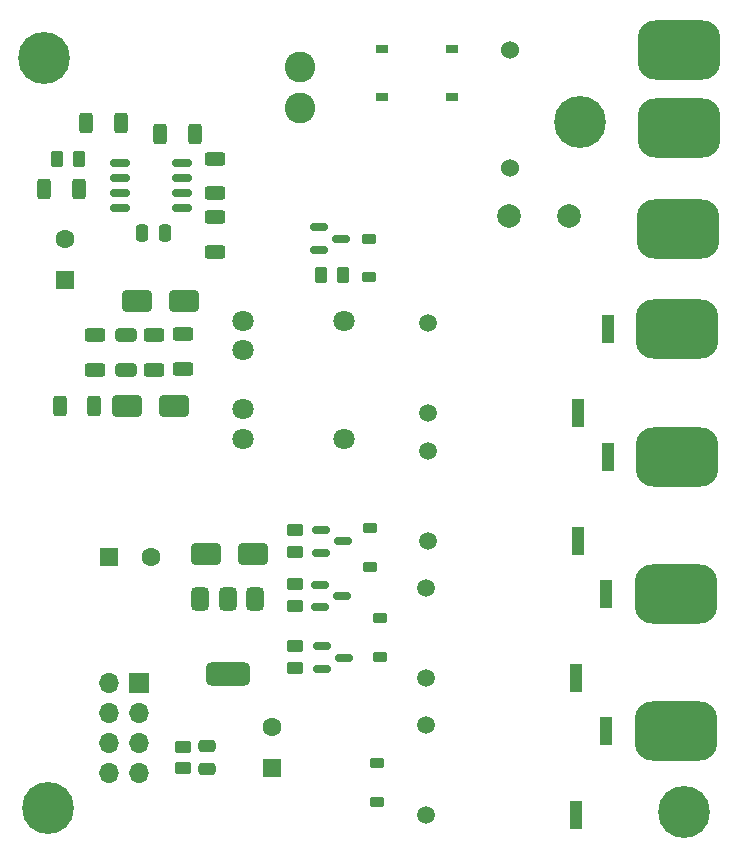
<source format=gts>
G04 #@! TF.GenerationSoftware,KiCad,Pcbnew,8.0.2-8.0.2-0~ubuntu22.04.1*
G04 #@! TF.CreationDate,2024-05-24T15:40:40+07:00*
G04 #@! TF.ProjectId,PCB_design,5043425f-6465-4736-9967-6e2e6b696361,rev?*
G04 #@! TF.SameCoordinates,Original*
G04 #@! TF.FileFunction,Soldermask,Top*
G04 #@! TF.FilePolarity,Negative*
%FSLAX46Y46*%
G04 Gerber Fmt 4.6, Leading zero omitted, Abs format (unit mm)*
G04 Created by KiCad (PCBNEW 8.0.2-8.0.2-0~ubuntu22.04.1) date 2024-05-24 15:40:40*
%MOMM*%
%LPD*%
G01*
G04 APERTURE LIST*
G04 Aperture macros list*
%AMRoundRect*
0 Rectangle with rounded corners*
0 $1 Rounding radius*
0 $2 $3 $4 $5 $6 $7 $8 $9 X,Y pos of 4 corners*
0 Add a 4 corners polygon primitive as box body*
4,1,4,$2,$3,$4,$5,$6,$7,$8,$9,$2,$3,0*
0 Add four circle primitives for the rounded corners*
1,1,$1+$1,$2,$3*
1,1,$1+$1,$4,$5*
1,1,$1+$1,$6,$7*
1,1,$1+$1,$8,$9*
0 Add four rect primitives between the rounded corners*
20,1,$1+$1,$2,$3,$4,$5,0*
20,1,$1+$1,$4,$5,$6,$7,0*
20,1,$1+$1,$6,$7,$8,$9,0*
20,1,$1+$1,$8,$9,$2,$3,0*%
G04 Aperture macros list end*
%ADD10RoundRect,0.250000X0.262500X0.450000X-0.262500X0.450000X-0.262500X-0.450000X0.262500X-0.450000X0*%
%ADD11RoundRect,0.225000X0.375000X-0.225000X0.375000X0.225000X-0.375000X0.225000X-0.375000X-0.225000X0*%
%ADD12RoundRect,0.250000X-0.475000X0.250000X-0.475000X-0.250000X0.475000X-0.250000X0.475000X0.250000X0*%
%ADD13RoundRect,0.250000X-0.312500X-0.625000X0.312500X-0.625000X0.312500X0.625000X-0.312500X0.625000X0*%
%ADD14C,0.700000*%
%ADD15RoundRect,1.500000X2.000000X-1.000000X2.000000X1.000000X-2.000000X1.000000X-2.000000X-1.000000X0*%
%ADD16RoundRect,0.250000X0.450000X-0.262500X0.450000X0.262500X-0.450000X0.262500X-0.450000X-0.262500X0*%
%ADD17C,4.400000*%
%ADD18C,1.600000*%
%ADD19R,1.600000X1.600000*%
%ADD20RoundRect,0.150000X0.675000X0.150000X-0.675000X0.150000X-0.675000X-0.150000X0.675000X-0.150000X0*%
%ADD21C,1.500000*%
%ADD22R,1.000000X2.400000*%
%ADD23C,1.524000*%
%ADD24RoundRect,0.250000X-1.000000X-0.650000X1.000000X-0.650000X1.000000X0.650000X-1.000000X0.650000X0*%
%ADD25RoundRect,0.250000X0.625000X-0.312500X0.625000X0.312500X-0.625000X0.312500X-0.625000X-0.312500X0*%
%ADD26C,2.000000*%
%ADD27RoundRect,0.150000X-0.587500X-0.150000X0.587500X-0.150000X0.587500X0.150000X-0.587500X0.150000X0*%
%ADD28O,1.700000X1.700000*%
%ADD29R,1.700000X1.700000*%
%ADD30C,2.600000*%
%ADD31RoundRect,0.375000X-0.375000X0.625000X-0.375000X-0.625000X0.375000X-0.625000X0.375000X0.625000X0*%
%ADD32RoundRect,0.500000X-1.400000X0.500000X-1.400000X-0.500000X1.400000X-0.500000X1.400000X0.500000X0*%
%ADD33RoundRect,0.250000X-0.625000X0.312500X-0.625000X-0.312500X0.625000X-0.312500X0.625000X0.312500X0*%
%ADD34RoundRect,0.250000X0.312500X0.625000X-0.312500X0.625000X-0.312500X-0.625000X0.312500X-0.625000X0*%
%ADD35RoundRect,0.250000X-0.450000X0.262500X-0.450000X-0.262500X0.450000X-0.262500X0.450000X0.262500X0*%
%ADD36RoundRect,0.250000X0.650000X-0.325000X0.650000X0.325000X-0.650000X0.325000X-0.650000X-0.325000X0*%
%ADD37C,1.800000*%
%ADD38R,1.000000X0.700000*%
%ADD39RoundRect,0.250000X0.250000X0.475000X-0.250000X0.475000X-0.250000X-0.475000X0.250000X-0.475000X0*%
G04 APERTURE END LIST*
D10*
X105337500Y-46902651D03*
X107162500Y-46902651D03*
D11*
X132670000Y-85760000D03*
X132670000Y-89060000D03*
D12*
X118000000Y-98500000D03*
X118000000Y-96600000D03*
D13*
X108462500Y-67750000D03*
X105537500Y-67750000D03*
D14*
X160220000Y-36410000D03*
X160220000Y-37610000D03*
D15*
X157970000Y-37610000D03*
D14*
X160220000Y-38810000D03*
D16*
X125500000Y-84712500D03*
X125500000Y-82887500D03*
D14*
X151210000Y-43730000D03*
X150726726Y-44896726D03*
X150726726Y-42563274D03*
X149560000Y-45380000D03*
D17*
X149560000Y-43730000D03*
D14*
X149560000Y-42080000D03*
X148393274Y-44896726D03*
X148393274Y-42563274D03*
X147910000Y-43730000D03*
D11*
X131700000Y-53600000D03*
X131700000Y-56900000D03*
D16*
X125500000Y-88137500D03*
X125500000Y-89962500D03*
D18*
X106000000Y-53652651D03*
D19*
X106000000Y-57152651D03*
D20*
X110675000Y-51055000D03*
X110675000Y-49785000D03*
X110675000Y-48515000D03*
X110675000Y-47245000D03*
X115925000Y-47245000D03*
X115925000Y-48515000D03*
X115925000Y-49785000D03*
X115925000Y-51055000D03*
D21*
X136690000Y-71590000D03*
X136690000Y-79190000D03*
D22*
X151930000Y-72090000D03*
X149390000Y-79190000D03*
D23*
X143630000Y-37610000D03*
X143630000Y-47610000D03*
D24*
X115250000Y-67750000D03*
X111250000Y-67750000D03*
D25*
X115950000Y-61725000D03*
X115950000Y-64650000D03*
D26*
X143620000Y-51710000D03*
X148620000Y-51710000D03*
D24*
X116060000Y-58890000D03*
X112060000Y-58890000D03*
D11*
X132440000Y-98030000D03*
X132440000Y-101330000D03*
D27*
X129450000Y-83850000D03*
X127575000Y-84800000D03*
X127575000Y-82900000D03*
D28*
X109750000Y-98870000D03*
X112290000Y-98870000D03*
X109750000Y-96330000D03*
X112290000Y-96330000D03*
X109750000Y-93790000D03*
X112290000Y-93790000D03*
X109750000Y-91250000D03*
D29*
X112290000Y-91250000D03*
D25*
X113500000Y-61787500D03*
X113500000Y-64712500D03*
D16*
X125500000Y-78287500D03*
X125500000Y-80112500D03*
D21*
X136590000Y-83190000D03*
X136590000Y-90790000D03*
D22*
X151830000Y-83690000D03*
X149290000Y-90790000D03*
D30*
X125920000Y-39090000D03*
X125920000Y-42590000D03*
D14*
X160220000Y-43010000D03*
X160220000Y-44210000D03*
D15*
X157970000Y-44210000D03*
D14*
X160220000Y-45410000D03*
D27*
X129550000Y-79250000D03*
X127675000Y-80200000D03*
X127675000Y-78300000D03*
D25*
X118700000Y-51787500D03*
X118700000Y-54712500D03*
D14*
X105825000Y-38285000D03*
X105341726Y-39451726D03*
X105341726Y-37118274D03*
X104175000Y-39935000D03*
D17*
X104175000Y-38285000D03*
D14*
X104175000Y-36635000D03*
X103008274Y-39451726D03*
X103008274Y-37118274D03*
X102525000Y-38285000D03*
D27*
X129587500Y-89087500D03*
X127712500Y-90037500D03*
X127712500Y-88137500D03*
D14*
X159990000Y-82490000D03*
X159990000Y-83690000D03*
D15*
X157740000Y-83690000D03*
D14*
X159990000Y-84890000D03*
D13*
X107175000Y-49402651D03*
X104250000Y-49402651D03*
D31*
X117450000Y-84150000D03*
D32*
X119750000Y-90450000D03*
D31*
X119750000Y-84150000D03*
X122050000Y-84150000D03*
D25*
X108500000Y-61787500D03*
X108500000Y-64712500D03*
D10*
X127687500Y-56650000D03*
X129512500Y-56650000D03*
D27*
X129350000Y-53600000D03*
X127475000Y-54550000D03*
X127475000Y-52650000D03*
D18*
X123500000Y-94952651D03*
D19*
X123500000Y-98452651D03*
D33*
X118700000Y-49762500D03*
X118700000Y-46837500D03*
D21*
X136690000Y-60790000D03*
X136690000Y-68390000D03*
D22*
X151930000Y-61290000D03*
X149390000Y-68390000D03*
D14*
X160090000Y-60090000D03*
X160090000Y-61290000D03*
D15*
X157840000Y-61290000D03*
D14*
X160090000Y-62490000D03*
D34*
X114037500Y-44750000D03*
X116962500Y-44750000D03*
D35*
X116000000Y-98462500D03*
X116000000Y-96637500D03*
D14*
X160050000Y-102120000D03*
X159566726Y-103286726D03*
X159566726Y-100953274D03*
X158400000Y-103770000D03*
D17*
X158400000Y-102120000D03*
D14*
X158400000Y-100470000D03*
X157233274Y-103286726D03*
X157233274Y-100953274D03*
X156750000Y-102120000D03*
D36*
X111150000Y-61787500D03*
X111150000Y-64737500D03*
D34*
X107787500Y-43800000D03*
X110712500Y-43800000D03*
D14*
X106170000Y-101800000D03*
X105686726Y-102966726D03*
X105686726Y-100633274D03*
X104520000Y-103450000D03*
D17*
X104520000Y-101800000D03*
D14*
X104520000Y-100150000D03*
X103353274Y-102966726D03*
X103353274Y-100633274D03*
X102870000Y-101800000D03*
D21*
X136590000Y-94790000D03*
X136590000Y-102390000D03*
D22*
X151830000Y-95290000D03*
X149290000Y-102390000D03*
D24*
X121897349Y-80300000D03*
X117897349Y-80300000D03*
D14*
X160160000Y-51630000D03*
X160160000Y-52830000D03*
D15*
X157910000Y-52830000D03*
D14*
X160160000Y-54030000D03*
X159990000Y-94090000D03*
X159990000Y-95290000D03*
D15*
X157740000Y-95290000D03*
D14*
X159990000Y-96490000D03*
D37*
X121100000Y-60550000D03*
X121100000Y-63050000D03*
X129600000Y-60550000D03*
X129600000Y-70550000D03*
X121100000Y-70550000D03*
X121100000Y-68050000D03*
D11*
X131850000Y-78100000D03*
X131850000Y-81400000D03*
D38*
X138795000Y-37580000D03*
X138795000Y-41580000D03*
X132845000Y-41580000D03*
X132845000Y-37580000D03*
D14*
X160090000Y-70890000D03*
X160090000Y-72090000D03*
D15*
X157840000Y-72090000D03*
D14*
X160090000Y-73290000D03*
D39*
X112550000Y-53100000D03*
X114450000Y-53100000D03*
D18*
X113250000Y-80550000D03*
D19*
X109750000Y-80550000D03*
M02*

</source>
